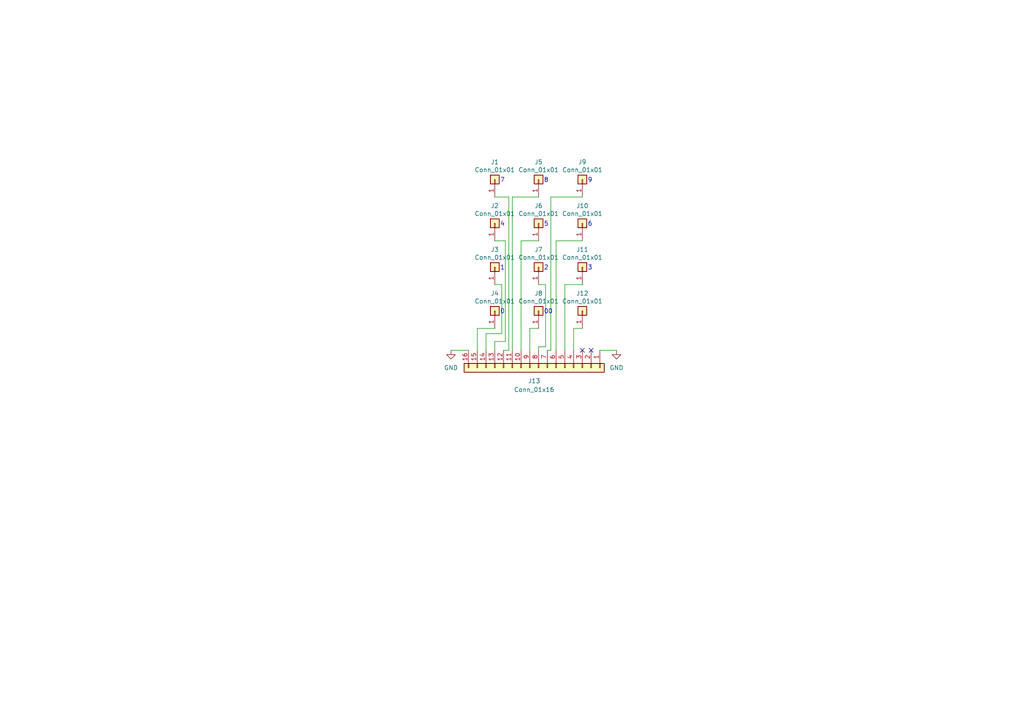
<source format=kicad_sch>
(kicad_sch (version 20211123) (generator eeschema)
  (paper "A4")
  (lib_symbols
    (symbol "Connector_Generic:Conn_01x01" (pin_names (offset 1.016) hide)
      (property "Reference" "J" (at 0 2.54 0))
      (property "Value" "Conn_01x01" (at 0 -2.54 0))
      (symbol "Conn_01x01_1_1"
        (rectangle (start -1.27 0.127) (end 0 -0.127) (stroke (width 0.1524)))
        (rectangle (start -1.27 1.27) (end 1.27 -1.27) (stroke (width 0.254)) (fill (type background)))
        (pin passive line (at -5.08 0 0) (length 3.81) (name "Pin_1") (number "1"))
      )
    )
    (symbol "Connector_Generic:Conn_01x16" (pin_names (offset 1.016) hide)
      (property "Reference" "J" (at 0 20.32 0))
      (property "Value" "Conn_01x16" (at 0 -22.86 0))
      (symbol "Conn_01x16_1_1"
        (rectangle (start -1.27 -20.193) (end 0 -20.447) (stroke (width 0.1524)))
        (rectangle (start -1.27 -17.653) (end 0 -17.907) (stroke (width 0.1524)))
        (rectangle (start -1.27 -15.113) (end 0 -15.367) (stroke (width 0.1524)))
        (rectangle (start -1.27 -12.573) (end 0 -12.827) (stroke (width 0.1524)))
        (rectangle (start -1.27 -10.033) (end 0 -10.287) (stroke (width 0.1524)))
        (rectangle (start -1.27 -7.493) (end 0 -7.747) (stroke (width 0.1524)))
        (rectangle (start -1.27 -4.953) (end 0 -5.207) (stroke (width 0.1524)))
        (rectangle (start -1.27 -2.413) (end 0 -2.667) (stroke (width 0.1524)))
        (rectangle (start -1.27 0.127) (end 0 -0.127) (stroke (width 0.1524)))
        (rectangle (start -1.27 2.667) (end 0 2.413) (stroke (width 0.1524)))
        (rectangle (start -1.27 5.207) (end 0 4.953) (stroke (width 0.1524)))
        (rectangle (start -1.27 7.747) (end 0 7.493) (stroke (width 0.1524)))
        (rectangle (start -1.27 10.287) (end 0 10.033) (stroke (width 0.1524)))
        (rectangle (start -1.27 12.827) (end 0 12.573) (stroke (width 0.1524)))
        (rectangle (start -1.27 15.367) (end 0 15.113) (stroke (width 0.1524)))
        (rectangle (start -1.27 17.907) (end 0 17.653) (stroke (width 0.1524)))
        (rectangle (start -1.27 19.05) (end 1.27 -21.59) (stroke (width 0.254)) (fill (type background)))
        (pin passive line (at -5.08 17.78 0) (length 3.81) (name "Pin_1") (number "1"))
        (pin passive line (at -5.08 -5.08 0) (length 3.81) (name "Pin_10") (number "10"))
        (pin passive line (at -5.08 -7.62 0) (length 3.81) (name "Pin_11") (number "11"))
        (pin passive line (at -5.08 -10.16 0) (length 3.81) (name "Pin_12") (number "12"))
        (pin passive line (at -5.08 -12.7 0) (length 3.81) (name "Pin_13") (number "13"))
        (pin passive line (at -5.08 -15.24 0) (length 3.81) (name "Pin_14") (number "14"))
        (pin passive line (at -5.08 -17.78 0) (length 3.81) (name "Pin_15") (number "15"))
        (pin passive line (at -5.08 -20.32 0) (length 3.81) (name "Pin_16") (number "16"))
        (pin passive line (at -5.08 15.24 0) (length 3.81) (name "Pin_2") (number "2"))
        (pin passive line (at -5.08 12.7 0) (length 3.81) (name "Pin_3") (number "3"))
        (pin passive line (at -5.08 10.16 0) (length 3.81) (name "Pin_4") (number "4"))
        (pin passive line (at -5.08 7.62 0) (length 3.81) (name "Pin_5") (number "5"))
        (pin passive line (at -5.08 5.08 0) (length 3.81) (name "Pin_6") (number "6"))
        (pin passive line (at -5.08 2.54 0) (length 3.81) (name "Pin_7") (number "7"))
        (pin passive line (at -5.08 0 0) (length 3.81) (name "Pin_8") (number "8"))
        (pin passive line (at -5.08 -2.54 0) (length 3.81) (name "Pin_9") (number "9"))
      )
    )
    (symbol "power:GND" (power) (pin_names (offset 0))
      (property "Value" "GND" (at 0 -3.81 0))
      (symbol "GND_0_1"
        (polyline (pts (xy 0 0) (xy 0 -1.27) (xy 1.27 -1.27) (xy 0 -2.54) (xy -1.27 -1.27) (xy 0 -1.27)))
      )
      (symbol "GND_1_1"
        (pin power_in line (at 0 0 270) (length 0) hide (name "GND") (number "1"))
      )
    )
  )
  (no_connect (at 171.45 101.6))
  (no_connect (at 168.91 101.6))
  (wire (pts (xy 156.21 95.25) (xy 153.67 95.25)))
  (wire (pts (xy 146.558 99.06) (xy 143.51 99.06)))
  (wire (pts (xy 173.99 101.6) (xy 178.816 101.6)))
  (wire (pts (xy 146.558 69.85) (xy 146.558 99.06)))
  (wire (pts (xy 147.574 101.6) (xy 146.05 101.6)))
  (wire (pts (xy 147.574 57.15) (xy 147.574 101.6)))
  (wire (pts (xy 143.51 82.55) (xy 145.542 82.55)))
  (wire (pts (xy 163.83 82.55) (xy 163.83 101.6)))
  (wire (pts (xy 159.766 57.15) (xy 159.766 101.6)))
  (wire (pts (xy 158.242 100.584) (xy 156.21 100.584)))
  (wire (pts (xy 138.43 101.6) (xy 138.43 95.25)))
  (wire (pts (xy 153.67 95.25) (xy 153.67 101.6)))
  (wire (pts (xy 166.37 95.25) (xy 166.37 101.6)))
  (wire (pts (xy 148.59 57.15) (xy 148.59 101.6)))
  (wire (pts (xy 151.13 101.6) (xy 151.13 69.85)))
  (wire (pts (xy 168.91 57.15) (xy 159.766 57.15)))
  (wire (pts (xy 161.29 69.85) (xy 161.29 101.6)))
  (wire (pts (xy 156.21 100.584) (xy 156.21 101.6)))
  (wire (pts (xy 145.542 82.55) (xy 145.542 96.774)))
  (wire (pts (xy 143.51 69.85) (xy 146.558 69.85)))
  (wire (pts (xy 151.13 69.85) (xy 156.21 69.85)))
  (wire (pts (xy 159.766 101.6) (xy 158.75 101.6)))
  (wire (pts (xy 168.91 69.85) (xy 161.29 69.85)))
  (wire (pts (xy 168.91 95.25) (xy 166.37 95.25)))
  (wire (pts (xy 130.81 101.6) (xy 135.89 101.6)))
  (wire (pts (xy 156.21 57.15) (xy 148.59 57.15)))
  (wire (pts (xy 140.97 96.774) (xy 140.97 101.6)))
  (wire (pts (xy 138.43 95.25) (xy 143.51 95.25)))
  (wire (pts (xy 156.21 82.55) (xy 158.242 82.55)))
  (wire (pts (xy 143.51 57.15) (xy 147.574 57.15)))
  (wire (pts (xy 158.242 82.55) (xy 158.242 100.584)))
  (wire (pts (xy 145.542 96.774) (xy 140.97 96.774)))
  (wire (pts (xy 168.91 82.55) (xy 163.83 82.55)))
  (wire (pts (xy 143.51 99.06) (xy 143.51 101.6)))
  (text "1" (at 145.034 78.486 0) (effects (font (size 1.27 1.27)) (justify left bottom)))
  (text "8" (at 157.734 53.086 0) (effects (font (size 1.27 1.27)) (justify left bottom)))
  (text "3" (at 170.434 78.486 0) (effects (font (size 1.27 1.27)) (justify left bottom)))
  (text "5" (at 157.734 65.786 0) (effects (font (size 1.27 1.27)) (justify left bottom)))
  (text "4" (at 145.034 65.786 0) (effects (font (size 1.27 1.27)) (justify left bottom)))
  (text "9" (at 170.434 53.086 0) (effects (font (size 1.27 1.27)) (justify left bottom)))
  (text "0" (at 145.034 91.186 0) (effects (font (size 1.27 1.27)) (justify left bottom)))
  (text "00" (at 157.734 91.186 0) (effects (font (size 1.27 1.27)) (justify left bottom)))
  (text "6" (at 170.434 65.786 0) (effects (font (size 1.27 1.27)) (justify left bottom)))
  (text "2" (at 157.734 78.486 0) (effects (font (size 1.27 1.27)) (justify left bottom)))
  (text "7" (at 145.034 53.086 0) (effects (font (size 1.27 1.27)) (justify left bottom)))
  (symbol (lib_id "Connector_Generic:Conn_01x01") (at 168.91 90.17 90) (unit 1)
    (property "Reference" "J12" (at 168.91 85.09 90))
    (property "Value" "Conn_01x01" (at 168.91 87.376 90))
  )
  (symbol (lib_id "power:GND") (at 130.81 101.6 0) (unit 1)
    (property "Reference" "#PWR0101" (effects hide))
    (property "Value" "GND" (at 130.81 106.68 0))
  )
  (symbol (lib_id "Connector_Generic:Conn_01x01") (at 168.91 77.47 90) (unit 1)
    (property "Reference" "J11" (at 168.91 72.39 90))
    (property "Value" "Conn_01x01" (at 168.91 74.676 90))
  )
  (symbol (lib_id "Connector_Generic:Conn_01x01") (at 156.21 64.77 90) (unit 1)
    (property "Reference" "J6" (at 156.21 59.69 90))
    (property "Value" "Conn_01x01" (at 156.21 61.976 90))
  )
  (symbol (lib_id "Connector_Generic:Conn_01x16") (at 156.21 106.68 270) (unit 1)
    (property "Reference" "J13" (at 154.94 110.49 90))
    (property "Value" "Conn_01x16" (at 154.94 113.03 90))
    (property "Footprint" "Edge Connector:1.0mm Pitch Edge Connector 01x16" (effects hide))
  )
  (symbol (lib_id "Connector_Generic:Conn_01x01") (at 156.21 90.17 90) (unit 1)
    (property "Reference" "J8" (at 156.21 85.09 90))
    (property "Value" "Conn_01x01" (at 156.21 87.376 90))
  )
  (symbol (lib_id "Connector_Generic:Conn_01x01") (at 143.51 64.77 90) (unit 1)
    (property "Reference" "J2" (at 143.51 59.69 90))
    (property "Value" "Conn_01x01" (at 143.51 61.976 90))
  )
  (symbol (lib_id "Connector_Generic:Conn_01x01") (at 156.21 77.47 90) (unit 1)
    (property "Reference" "J7" (at 156.21 72.39 90))
    (property "Value" "Conn_01x01" (at 156.21 74.676 90))
  )
  (symbol (lib_id "Connector_Generic:Conn_01x01") (at 168.91 52.07 90) (unit 1)
    (property "Reference" "J9" (at 168.91 46.99 90))
    (property "Value" "Conn_01x01" (at 168.91 49.276 90))
  )
  (symbol (lib_id "Connector_Generic:Conn_01x01") (at 143.51 77.47 90) (unit 1)
    (property "Reference" "J3" (at 143.51 72.39 90))
    (property "Value" "Conn_01x01" (at 143.51 74.676 90))
  )
  (symbol (lib_id "Connector_Generic:Conn_01x01") (at 143.51 52.07 90) (unit 1)
    (property "Reference" "J1" (at 143.51 46.99 90))
    (property "Value" "Conn_01x01" (at 143.51 49.276 90))
  )
  (symbol (lib_id "Connector_Generic:Conn_01x01") (at 143.51 90.17 90) (unit 1)
    (property "Reference" "J4" (at 143.51 85.09 90))
    (property "Value" "Conn_01x01" (at 143.51 87.376 90))
  )
  (symbol (lib_id "power:GND") (at 178.816 101.6 0) (unit 1)
    (property "Reference" "#PWR01" (effects hide))
    (property "Value" "GND" (at 178.816 106.68 0))
  )
  (symbol (lib_id "Connector_Generic:Conn_01x01") (at 156.21 52.07 90) (unit 1)
    (property "Reference" "J5" (at 156.21 46.99 90))
    (property "Value" "Conn_01x01" (at 156.21 49.276 90))
  )
  (symbol (lib_id "Connector_Generic:Conn_01x01") (at 168.91 64.77 90) (unit 1)
    (property "Reference" "J10" (at 168.91 59.69 90))
    (property "Value" "Conn_01x01" (at 168.91 61.976 90))
  )
)
</source>
